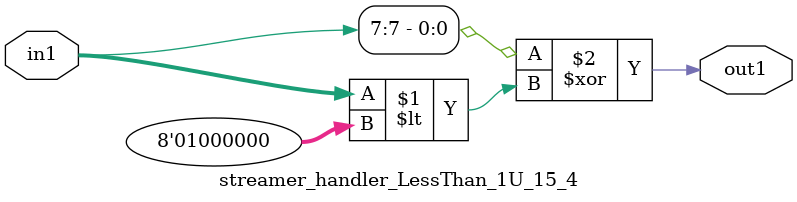
<source format=v>

`timescale 1ps / 1ps


module streamer_handler_LessThan_1U_15_4( in1, out1 );

    input [7:0] in1;
    output out1;

    
    // rtl_process:streamer_handler_LessThan_1U_15_4/streamer_handler_LessThan_1U_15_4_thread_1
    assign out1 = (in1[7] ^ in1 < 8'd064);

endmodule



</source>
